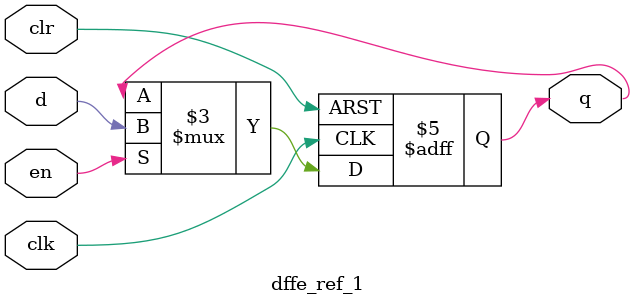
<source format=v>
module dffe_ref_1 (q, d, clk, en, clr);
   
   //Inputs
   input d, clk, en, clr;
   
   //Internal wire
   wire clr;

   //Output
   output q;
   
   //Register
   reg q;

   //Intialize q to 1
   initial
   begin
       q = 1'b1;
   end

   //Set value of q on positive edge of the clock or clear
   always @(posedge clk or posedge clr) begin
       //If clear is high, set q to 0
       if (clr) begin
           q <= 1'b0;
       //If enable is high, set q to the value of d
       end else if (en) begin
           q <= d;
       end
   end
endmodule
</source>
